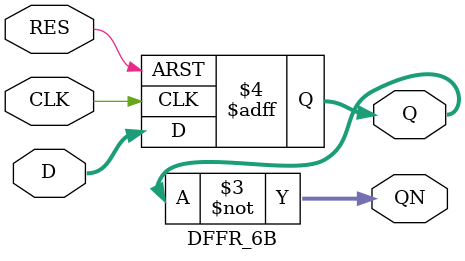
<source format=v>
module DFFR_6B(D, CLK, RES, Q, QN);

	 parameter BW = 6;

	 input  signed[BW-1:0] D;
	 input CLK, RES;
	 output  signed[BW-1:0] QN,Q;
	 reg  signed[BW-1:0] Q;

	 always @(posedge CLK or posedge RES) begin
		if( RES == 1'b1)
			Q <= 0;
		else
			Q <= D;
	 end
	 
	 assign QN = ~Q;
	 
endmodule

</source>
